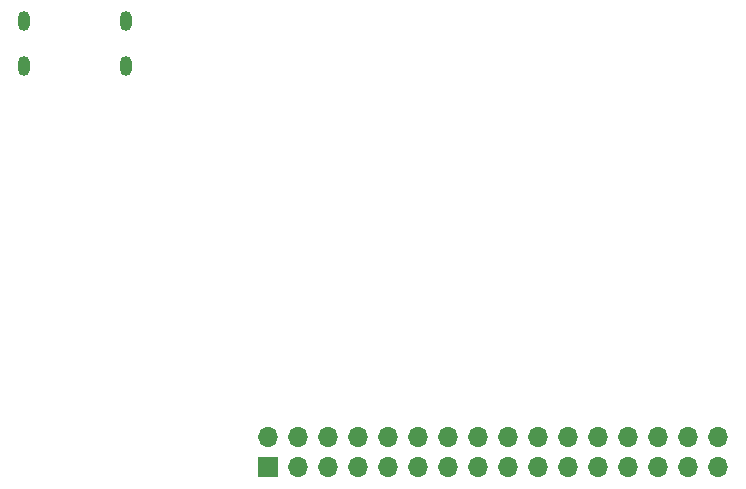
<source format=gbr>
%TF.GenerationSoftware,KiCad,Pcbnew,9.0.0*%
%TF.CreationDate,2025-03-27T23:27:48+02:00*%
%TF.ProjectId,EEE3088F Design project,45454533-3038-4384-9620-44657369676e,rev?*%
%TF.SameCoordinates,Original*%
%TF.FileFunction,Soldermask,Bot*%
%TF.FilePolarity,Negative*%
%FSLAX46Y46*%
G04 Gerber Fmt 4.6, Leading zero omitted, Abs format (unit mm)*
G04 Created by KiCad (PCBNEW 9.0.0) date 2025-03-27 23:27:48*
%MOMM*%
%LPD*%
G01*
G04 APERTURE LIST*
%ADD10O,1.000000X1.700000*%
%ADD11R,1.700000X1.700000*%
%ADD12O,1.700000X1.700000*%
G04 APERTURE END LIST*
D10*
%TO.C,J2*%
X89185000Y-97245000D03*
X89185000Y-101045000D03*
X97825000Y-97245000D03*
X97825000Y-101045000D03*
%TD*%
D11*
%TO.C,J1*%
X109900000Y-135000000D03*
D12*
X109900000Y-132460000D03*
X112440000Y-135000000D03*
X112440000Y-132460000D03*
X114980000Y-135000000D03*
X114980000Y-132460000D03*
X117520000Y-135000000D03*
X117520000Y-132460000D03*
X120060000Y-135000000D03*
X120060000Y-132460000D03*
X122600000Y-135000000D03*
X122600000Y-132460000D03*
X125140000Y-135000000D03*
X125140000Y-132460000D03*
X127680000Y-135000000D03*
X127680000Y-132460000D03*
X130220000Y-135000000D03*
X130220000Y-132460000D03*
X132760000Y-135000000D03*
X132760000Y-132460000D03*
X135300000Y-135000000D03*
X135300000Y-132460000D03*
X137840000Y-135000000D03*
X137840000Y-132460000D03*
X140380000Y-135000000D03*
X140380000Y-132460000D03*
X142920000Y-135000000D03*
X142920000Y-132460000D03*
X145460000Y-135000000D03*
X145460000Y-132460000D03*
X148000000Y-135000000D03*
X148000000Y-132460000D03*
%TD*%
M02*

</source>
